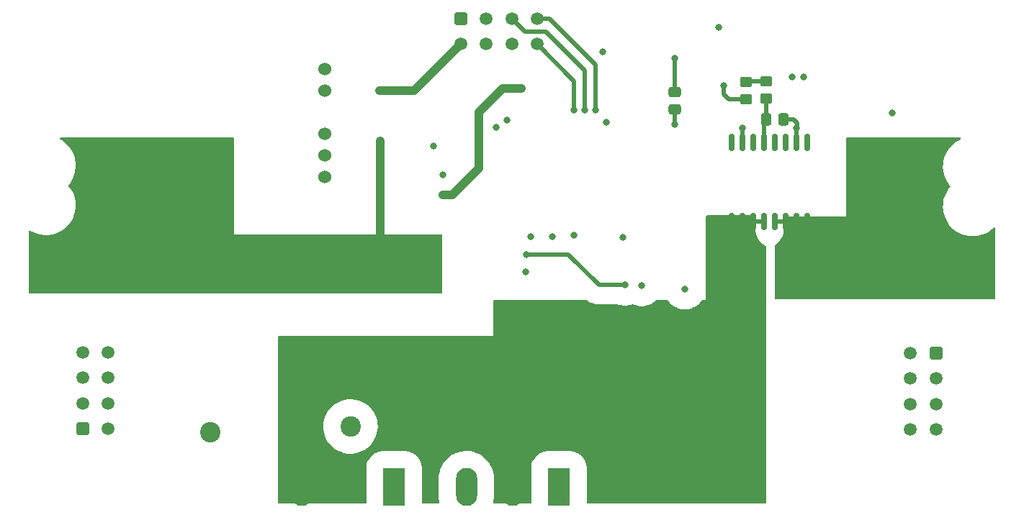
<source format=gbr>
%TF.GenerationSoftware,KiCad,Pcbnew,(6.0.1)*%
%TF.CreationDate,2023-02-17T13:15:31+03:00*%
%TF.ProjectId,_______ IGBT,14403039-3235-4402-9049-4742542e6b69,rev?*%
%TF.SameCoordinates,Original*%
%TF.FileFunction,Copper,L4,Bot*%
%TF.FilePolarity,Positive*%
%FSLAX46Y46*%
G04 Gerber Fmt 4.6, Leading zero omitted, Abs format (unit mm)*
G04 Created by KiCad (PCBNEW (6.0.1)) date 2023-02-17 13:15:31*
%MOMM*%
%LPD*%
G01*
G04 APERTURE LIST*
G04 Aperture macros list*
%AMRoundRect*
0 Rectangle with rounded corners*
0 $1 Rounding radius*
0 $2 $3 $4 $5 $6 $7 $8 $9 X,Y pos of 4 corners*
0 Add a 4 corners polygon primitive as box body*
4,1,4,$2,$3,$4,$5,$6,$7,$8,$9,$2,$3,0*
0 Add four circle primitives for the rounded corners*
1,1,$1+$1,$2,$3*
1,1,$1+$1,$4,$5*
1,1,$1+$1,$6,$7*
1,1,$1+$1,$8,$9*
0 Add four rect primitives between the rounded corners*
20,1,$1+$1,$2,$3,$4,$5,0*
20,1,$1+$1,$4,$5,$6,$7,0*
20,1,$1+$1,$6,$7,$8,$9,0*
20,1,$1+$1,$8,$9,$2,$3,0*%
G04 Aperture macros list end*
%TA.AperFunction,SMDPad,CuDef*%
%ADD10RoundRect,0.250000X0.450000X-0.350000X0.450000X0.350000X-0.450000X0.350000X-0.450000X-0.350000X0*%
%TD*%
%TA.AperFunction,ComponentPad*%
%ADD11C,2.400000*%
%TD*%
%TA.AperFunction,ComponentPad*%
%ADD12R,2.500000X4.500000*%
%TD*%
%TA.AperFunction,ComponentPad*%
%ADD13O,2.500000X4.500000*%
%TD*%
%TA.AperFunction,ComponentPad*%
%ADD14RoundRect,0.250001X-0.499999X-0.499999X0.499999X-0.499999X0.499999X0.499999X-0.499999X0.499999X0*%
%TD*%
%TA.AperFunction,ComponentPad*%
%ADD15C,1.500000*%
%TD*%
%TA.AperFunction,ComponentPad*%
%ADD16RoundRect,0.250001X0.499999X-0.499999X0.499999X0.499999X-0.499999X0.499999X-0.499999X-0.499999X0*%
%TD*%
%TA.AperFunction,ComponentPad*%
%ADD17RoundRect,0.250001X-0.499999X0.499999X-0.499999X-0.499999X0.499999X-0.499999X0.499999X0.499999X0*%
%TD*%
%TA.AperFunction,ComponentPad*%
%ADD18C,1.524000*%
%TD*%
%TA.AperFunction,SMDPad,CuDef*%
%ADD19RoundRect,0.250000X-0.450000X0.350000X-0.450000X-0.350000X0.450000X-0.350000X0.450000X0.350000X0*%
%TD*%
%TA.AperFunction,SMDPad,CuDef*%
%ADD20RoundRect,0.150000X0.150000X-0.875000X0.150000X0.875000X-0.150000X0.875000X-0.150000X-0.875000X0*%
%TD*%
%TA.AperFunction,SMDPad,CuDef*%
%ADD21RoundRect,0.250000X0.475000X-0.337500X0.475000X0.337500X-0.475000X0.337500X-0.475000X-0.337500X0*%
%TD*%
%TA.AperFunction,SMDPad,CuDef*%
%ADD22RoundRect,0.250000X-0.337500X-0.475000X0.337500X-0.475000X0.337500X0.475000X-0.337500X0.475000X0*%
%TD*%
%TA.AperFunction,ViaPad*%
%ADD23C,0.800000*%
%TD*%
%TA.AperFunction,ViaPad*%
%ADD24C,2.400000*%
%TD*%
%TA.AperFunction,Conductor*%
%ADD25C,0.500000*%
%TD*%
%TA.AperFunction,Conductor*%
%ADD26C,1.000000*%
%TD*%
G04 APERTURE END LIST*
D10*
%TO.P,R20,1*%
%TO.N,VOUT*%
X187409300Y-77428600D03*
%TO.P,R20,2*%
%TO.N,Net-(R13-Pad1)*%
X187409300Y-75428600D03*
%TD*%
D11*
%TO.P,C1,1*%
%TO.N,DC+*%
X122020300Y-116728100D03*
%TO.P,C1,2*%
%TO.N,DC-*%
X122020300Y-89228100D03*
%TD*%
D12*
%TO.P,Q1,1,G*%
%TO.N,G_IGBT*%
X163041300Y-123170000D03*
D13*
%TO.P,Q1,2,C*%
%TO.N,D_IGBT*%
X157591300Y-123170000D03*
%TO.P,Q1,3,E*%
%TO.N,DC-*%
X152141300Y-123170000D03*
%TD*%
D14*
%TO.P,J3,1,Pin_1*%
%TO.N,+15V*%
X151484300Y-68023600D03*
D15*
%TO.P,J3,2,Pin_2*%
%TO.N,Measure*%
X154484300Y-68023600D03*
%TO.P,J3,3,Pin_3*%
%TO.N,IN-*%
X157484300Y-68023600D03*
%TO.P,J3,4,Pin_4*%
%TO.N,IN+*%
X160484300Y-68023600D03*
%TO.P,J3,5,Pin_5*%
%TO.N,GNDA*%
X151484300Y-71023600D03*
%TO.P,J3,6,Pin_6*%
%TO.N,RST*%
X154484300Y-71023600D03*
%TO.P,J3,7,Pin_7*%
%TO.N,FLT*%
X157484300Y-71023600D03*
%TO.P,J3,8,Pin_8*%
%TO.N,RDY*%
X160484300Y-71023600D03*
%TD*%
D16*
%TO.P,J1,1,Pin_1*%
%TO.N,DC+*%
X107034300Y-116283600D03*
D15*
%TO.P,J1,2,Pin_2*%
X107034300Y-113283600D03*
%TO.P,J1,3,Pin_3*%
X107034300Y-110283600D03*
%TO.P,J1,4,Pin_4*%
X107034300Y-107283600D03*
%TO.P,J1,5,Pin_5*%
X110034300Y-116283600D03*
%TO.P,J1,6,Pin_6*%
X110034300Y-113283600D03*
%TO.P,J1,7,Pin_7*%
X110034300Y-110283600D03*
%TO.P,J1,8,Pin_8*%
X110034300Y-107283600D03*
%TD*%
D16*
%TO.P,J2,1,Pin_1*%
%TO.N,DC-*%
X107034300Y-92153600D03*
D15*
%TO.P,J2,2,Pin_2*%
X107034300Y-89153600D03*
%TO.P,J2,3,Pin_3*%
X107034300Y-86153600D03*
%TO.P,J2,4,Pin_4*%
X107034300Y-83153600D03*
%TO.P,J2,5,Pin_5*%
X110034300Y-92153600D03*
%TO.P,J2,6,Pin_6*%
X110034300Y-89153600D03*
%TO.P,J2,7,Pin_7*%
X110034300Y-86153600D03*
%TO.P,J2,8,Pin_8*%
X110034300Y-83153600D03*
%TD*%
D17*
%TO.P,J4,1,Pin_1*%
%TO.N,OUT-*%
X207364300Y-83263600D03*
D15*
%TO.P,J4,2,Pin_2*%
X207364300Y-86263600D03*
%TO.P,J4,3,Pin_3*%
X207364300Y-89263600D03*
%TO.P,J4,4,Pin_4*%
X207364300Y-92263600D03*
%TO.P,J4,5,Pin_5*%
X204364300Y-83263600D03*
%TO.P,J4,6,Pin_6*%
X204364300Y-86263600D03*
%TO.P,J4,7,Pin_7*%
X204364300Y-89263600D03*
%TO.P,J4,8,Pin_8*%
X204364300Y-92263600D03*
%TD*%
D17*
%TO.P,J5,1,Pin_1*%
%TO.N,DC+*%
X207364300Y-107393600D03*
D15*
%TO.P,J5,2,Pin_2*%
X207364300Y-110393600D03*
%TO.P,J5,3,Pin_3*%
X207364300Y-113393600D03*
%TO.P,J5,4,Pin_4*%
X207364300Y-116393600D03*
%TO.P,J5,5,Pin_5*%
X204364300Y-107393600D03*
%TO.P,J5,6,Pin_6*%
X204364300Y-110393600D03*
%TO.P,J5,7,Pin_7*%
X204364300Y-113393600D03*
%TO.P,J5,8,Pin_8*%
X204364300Y-116393600D03*
%TD*%
D12*
%TO.P,D1,1,K*%
%TO.N,DC+*%
X143655000Y-123170000D03*
D13*
%TO.P,D1,2,A*%
%TO.N,D_IGBT*%
X132755000Y-123170000D03*
%TD*%
D18*
%TO.P,D8,1,+Vin*%
%TO.N,+15V*%
X135482300Y-73992600D03*
%TO.P,D8,2,-Vin*%
%TO.N,GNDA*%
X135482300Y-76532600D03*
%TO.P,D8,4,-Vout*%
%TO.N,DC-*%
X135482300Y-81612600D03*
%TO.P,D8,5*%
%TO.N,N/C*%
X135482300Y-84152600D03*
%TO.P,D8,6,+Vout*%
%TO.N,+15V_H*%
X135482300Y-86692600D03*
%TD*%
D19*
%TO.P,R13,2*%
%TO.N,Net-(R12-Pad2)*%
X185009300Y-77478600D03*
%TO.P,R13,1*%
%TO.N,Net-(R13-Pad1)*%
X185009300Y-75478600D03*
%TD*%
D20*
%TO.P,D3,1,IP+*%
%TO.N,OUT-*%
X192254300Y-91928600D03*
%TO.P,D3,2,IP+*%
X190984300Y-91928600D03*
%TO.P,D3,3,IP+*%
X189714300Y-91928600D03*
%TO.P,D3,4,IP+*%
X188444300Y-91928600D03*
%TO.P,D3,5,IP-*%
%TO.N,D_IGBT*%
X187174300Y-91928600D03*
%TO.P,D3,6,IP-*%
X185904300Y-91928600D03*
%TO.P,D3,7,IP-*%
X184634300Y-91928600D03*
%TO.P,D3,8,IP-*%
X183364300Y-91928600D03*
%TO.P,D3,9*%
%TO.N,N/C*%
X183364300Y-82628600D03*
%TO.P,D3,10,VCC*%
%TO.N,+5V*%
X184634300Y-82628600D03*
%TO.P,D3,11*%
%TO.N,N/C*%
X185904300Y-82628600D03*
%TO.P,D3,12,VOUT*%
%TO.N,VOUT*%
X187174300Y-82628600D03*
%TO.P,D3,13,FILT*%
%TO.N,unconnected-(D3-Pad13)*%
X188444300Y-82628600D03*
%TO.P,D3,14*%
%TO.N,N/C*%
X189714300Y-82628600D03*
%TO.P,D3,15,GND*%
%TO.N,GNDA*%
X190984300Y-82628600D03*
%TO.P,D3,16*%
%TO.N,N/C*%
X192254300Y-82628600D03*
%TD*%
D21*
%TO.P,C16,1*%
%TO.N,+5V*%
X176609300Y-78716100D03*
%TO.P,C16,2*%
%TO.N,GNDA*%
X176609300Y-76641100D03*
%TD*%
D22*
%TO.P,C15,1*%
%TO.N,VOUT*%
X187371800Y-79878600D03*
%TO.P,C15,2*%
%TO.N,GNDA*%
X189446800Y-79878600D03*
%TD*%
D23*
%TO.N,Desat*%
X170788300Y-99392600D03*
%TO.N,Net-(R12-Pad2)*%
X182409300Y-75878600D03*
%TO.N,GNDA*%
X190409300Y-74878600D03*
%TO.N,+5V*%
X191809300Y-74878600D03*
%TO.N,GNDA*%
X202209300Y-79078600D03*
%TO.N,+5V*%
X184609300Y-80878600D03*
%TO.N,GNDA*%
X190984300Y-80903600D03*
%TO.N,+15V_H*%
X172756800Y-99456100D03*
X164819300Y-93550600D03*
%TO.N,+5V*%
X149374800Y-86424600D03*
X155675300Y-80850600D03*
X176609300Y-80478600D03*
%TO.N,RDY*%
X164819300Y-78818600D03*
%TO.N,D_IGBT*%
X172409300Y-123078600D03*
%TO.N,GNDA*%
X156945300Y-79961600D03*
X168629300Y-80215600D03*
X168209300Y-71878600D03*
X176609300Y-72678600D03*
X181809300Y-69078600D03*
X141922800Y-76496100D03*
X148323300Y-83023600D03*
%TO.N,IN-*%
X166089300Y-78818600D03*
%TO.N,IN+*%
X167359300Y-78818600D03*
%TO.N,DC-*%
X162279300Y-93677600D03*
X141995800Y-82411100D03*
X170558800Y-93780100D03*
X159739300Y-93677600D03*
%TO.N,Desat*%
X159176800Y-95764100D03*
D24*
%TO.N,DC+*%
X138530300Y-116029600D03*
D23*
%TO.N,+3V3*%
X149388800Y-88788100D03*
X158596300Y-76215100D03*
%TO.N,Net-(R4-Pad2)*%
X159158800Y-97814100D03*
X177836800Y-99837100D03*
%TD*%
D25*
%TO.N,+5V*%
X184634300Y-80903600D02*
X184609300Y-80878600D01*
X184634300Y-82628600D02*
X184634300Y-80903600D01*
%TO.N,Desat*%
X164111800Y-95764100D02*
X167740300Y-99392600D01*
X167740300Y-99392600D02*
X170788300Y-99392600D01*
X159176800Y-95764100D02*
X164111800Y-95764100D01*
%TO.N,Net-(R12-Pad2)*%
X182409300Y-76878600D02*
X182409300Y-75878600D01*
X183009300Y-77478600D02*
X182409300Y-76878600D01*
X185009300Y-77478600D02*
X183009300Y-77478600D01*
%TO.N,Net-(R13-Pad1)*%
X185059300Y-75428600D02*
X185009300Y-75478600D01*
X187409300Y-75428600D02*
X185059300Y-75428600D01*
%TO.N,VOUT*%
X187371800Y-77466100D02*
X187409300Y-77428600D01*
X187371800Y-79878600D02*
X187371800Y-77466100D01*
X187174300Y-80076100D02*
X187371800Y-79878600D01*
X187174300Y-82628600D02*
X187174300Y-80076100D01*
%TO.N,GNDA*%
X191009300Y-80278600D02*
X191009300Y-80878600D01*
X190609300Y-79878600D02*
X191009300Y-80278600D01*
X191009300Y-80878600D02*
X190984300Y-80903600D01*
X189446800Y-79878600D02*
X190609300Y-79878600D01*
X190984300Y-82628600D02*
X190984300Y-80903600D01*
%TO.N,OUT-*%
X188444300Y-91928600D02*
X189714300Y-91928600D01*
%TO.N,D_IGBT*%
X185904300Y-91928600D02*
X187174300Y-91928600D01*
%TO.N,+5V*%
X176609300Y-78716100D02*
X176609300Y-80478600D01*
%TO.N,RDY*%
X164819300Y-78818600D02*
X164819300Y-75358600D01*
X164819300Y-75358600D02*
X160484300Y-71023600D01*
D26*
%TO.N,GNDA*%
X146011800Y-76496100D02*
X146507300Y-76000600D01*
D25*
X176609300Y-76641100D02*
X176609300Y-72678600D01*
D26*
X146507300Y-76000600D02*
X151484300Y-71023600D01*
X141922800Y-76496100D02*
X146011800Y-76496100D01*
D25*
%TO.N,IN-*%
X161517300Y-69547600D02*
X159008300Y-69547600D01*
X166089300Y-78818600D02*
X166089300Y-74119600D01*
X159008300Y-69547600D02*
X157484300Y-68023600D01*
X166089300Y-74119600D02*
X161517300Y-69547600D01*
%TO.N,IN+*%
X161898300Y-68023600D02*
X160484300Y-68023600D01*
X167359300Y-73484600D02*
X161898300Y-68023600D01*
X167359300Y-78818600D02*
X167359300Y-73484600D01*
D26*
%TO.N,DC-*%
X141995800Y-82411100D02*
X141995800Y-94784100D01*
%TO.N,+3V3*%
X150468300Y-88788100D02*
X153579800Y-85676600D01*
X156373800Y-76215100D02*
X158596300Y-76215100D01*
X153579800Y-79009100D02*
X156373800Y-76215100D01*
X149388800Y-88788100D02*
X150468300Y-88788100D01*
X153579800Y-85676600D02*
X153579800Y-79009100D01*
%TD*%
%TA.AperFunction,Conductor*%
%TO.N,OUT-*%
G36*
X210245856Y-82013602D02*
G01*
X210292349Y-82067258D01*
X210302453Y-82137532D01*
X210272959Y-82202112D01*
X210235818Y-82231414D01*
X209905141Y-82403187D01*
X209594253Y-82609349D01*
X209591677Y-82611484D01*
X209309617Y-82845238D01*
X209309611Y-82845243D01*
X209307033Y-82847380D01*
X209304689Y-82849787D01*
X209304686Y-82849789D01*
X209049073Y-83112183D01*
X209049065Y-83112192D01*
X209046734Y-83114585D01*
X208816302Y-83407937D01*
X208618349Y-83724115D01*
X208455114Y-84059538D01*
X208453981Y-84062677D01*
X208453977Y-84062686D01*
X208391350Y-84236165D01*
X208328447Y-84410408D01*
X208327652Y-84413656D01*
X208327651Y-84413660D01*
X208245463Y-84749537D01*
X208239782Y-84772752D01*
X208190124Y-85142465D01*
X208180033Y-85515362D01*
X208180299Y-85518703D01*
X208180299Y-85518707D01*
X208200663Y-85774590D01*
X208209626Y-85887221D01*
X208210243Y-85890500D01*
X208210243Y-85890503D01*
X208244834Y-86074448D01*
X208278566Y-86253829D01*
X208386073Y-86611035D01*
X208530929Y-86954795D01*
X208532548Y-86957722D01*
X208532552Y-86957730D01*
X208624022Y-87123085D01*
X208711495Y-87281215D01*
X208713422Y-87283962D01*
X208923790Y-87583844D01*
X208923796Y-87583852D01*
X208925724Y-87586600D01*
X208927930Y-87589124D01*
X208927936Y-87589132D01*
X209015050Y-87688815D01*
X209044815Y-87753271D01*
X209035007Y-87823587D01*
X209019260Y-87849560D01*
X208816302Y-88107937D01*
X208618349Y-88424115D01*
X208455114Y-88759538D01*
X208453981Y-88762677D01*
X208453977Y-88762686D01*
X208394923Y-88926267D01*
X208328447Y-89110408D01*
X208327652Y-89113656D01*
X208327651Y-89113660D01*
X208266971Y-89361641D01*
X208239782Y-89472752D01*
X208190124Y-89842465D01*
X208180033Y-90215362D01*
X208180299Y-90218703D01*
X208180299Y-90218707D01*
X208200663Y-90474590D01*
X208209626Y-90587221D01*
X208210243Y-90590500D01*
X208210243Y-90590503D01*
X208244834Y-90774448D01*
X208278566Y-90953829D01*
X208386073Y-91311035D01*
X208530929Y-91654795D01*
X208532548Y-91657722D01*
X208532552Y-91657730D01*
X208624022Y-91823085D01*
X208711495Y-91981215D01*
X208925724Y-92286600D01*
X209171193Y-92567490D01*
X209445120Y-92820706D01*
X209447818Y-92822714D01*
X209447820Y-92822715D01*
X209551002Y-92899484D01*
X209744404Y-93043379D01*
X209747290Y-93045083D01*
X209747297Y-93045087D01*
X210062764Y-93231282D01*
X210062769Y-93231284D01*
X210065655Y-93232988D01*
X210068708Y-93234376D01*
X210402189Y-93386001D01*
X210402195Y-93386003D01*
X210405236Y-93387386D01*
X210408409Y-93388439D01*
X210408413Y-93388440D01*
X210509738Y-93422048D01*
X210759301Y-93504825D01*
X210762561Y-93505533D01*
X210762569Y-93505535D01*
X210962845Y-93549019D01*
X211123842Y-93583975D01*
X211494728Y-93623938D01*
X211497253Y-93624006D01*
X211497263Y-93624007D01*
X211499016Y-93624054D01*
X211500714Y-93624100D01*
X211777539Y-93624100D01*
X211779205Y-93624011D01*
X211779214Y-93624011D01*
X212053473Y-93609398D01*
X212053482Y-93609397D01*
X212056805Y-93609220D01*
X212295713Y-93570739D01*
X212421790Y-93550432D01*
X212421793Y-93550431D01*
X212425092Y-93549900D01*
X212428322Y-93549020D01*
X212428324Y-93549019D01*
X212781745Y-93452666D01*
X212781746Y-93452666D01*
X212784991Y-93451781D01*
X213132424Y-93315972D01*
X213463459Y-93144013D01*
X213774347Y-92937851D01*
X213918449Y-92818428D01*
X214058983Y-92701962D01*
X214058989Y-92701957D01*
X214061567Y-92699820D01*
X214133047Y-92626443D01*
X214194908Y-92591607D01*
X214265784Y-92595744D01*
X214323171Y-92637543D01*
X214348851Y-92703733D01*
X214349300Y-92714366D01*
X214349300Y-100917770D01*
X214329298Y-100985891D01*
X214275642Y-101032384D01*
X214223471Y-101043770D01*
X188535469Y-101078430D01*
X188467322Y-101058520D01*
X188420757Y-101004927D01*
X188409300Y-100952430D01*
X188409300Y-94731875D01*
X188429302Y-94663754D01*
X188466124Y-94626563D01*
X188623943Y-94522896D01*
X188623947Y-94522893D01*
X188627529Y-94520540D01*
X188848486Y-94327786D01*
X189041240Y-94106829D01*
X189043592Y-94103249D01*
X189199870Y-93865338D01*
X189199874Y-93865332D01*
X189202223Y-93861755D01*
X189315786Y-93623666D01*
X189326611Y-93600971D01*
X189326613Y-93600966D01*
X189328456Y-93597102D01*
X189417604Y-93317765D01*
X189453783Y-93110470D01*
X189467365Y-93032652D01*
X189467366Y-93032646D01*
X189468017Y-93028914D01*
X189474800Y-92899484D01*
X189474800Y-91404600D01*
X189494802Y-91336479D01*
X189548458Y-91289986D01*
X189600800Y-91278600D01*
X196809300Y-91278600D01*
X196809300Y-82119600D01*
X196829302Y-82051479D01*
X196882958Y-82004986D01*
X196935300Y-81993600D01*
X210177735Y-81993600D01*
X210245856Y-82013602D01*
G37*
%TD.AperFunction*%
%TD*%
%TA.AperFunction,Conductor*%
%TO.N,D_IGBT*%
G36*
X186085921Y-91198602D02*
G01*
X186132414Y-91252258D01*
X186143800Y-91304600D01*
X186143800Y-92899484D01*
X186150583Y-93028914D01*
X186200996Y-93317765D01*
X186290144Y-93597102D01*
X186291987Y-93600966D01*
X186291989Y-93600971D01*
X186356829Y-93736911D01*
X186416377Y-93861755D01*
X186418726Y-93865332D01*
X186418730Y-93865338D01*
X186560759Y-94081557D01*
X186577360Y-94106829D01*
X186580174Y-94110055D01*
X186580175Y-94110056D01*
X186767305Y-94324566D01*
X186770114Y-94327786D01*
X186991071Y-94520540D01*
X186994647Y-94522889D01*
X186994651Y-94522892D01*
X187232562Y-94679170D01*
X187232568Y-94679174D01*
X187236145Y-94681523D01*
X187353545Y-94737520D01*
X187406418Y-94784899D01*
X187425300Y-94851245D01*
X187425300Y-124952600D01*
X187405298Y-125020721D01*
X187351642Y-125067214D01*
X187299300Y-125078600D01*
X166417800Y-125078600D01*
X166349679Y-125058598D01*
X166303186Y-125004942D01*
X166291800Y-124952600D01*
X166291800Y-120789950D01*
X166290727Y-120762642D01*
X166266999Y-120604813D01*
X166249271Y-120486898D01*
X166249270Y-120486894D01*
X166248608Y-120482490D01*
X166244585Y-120469036D01*
X166168712Y-120215334D01*
X166167436Y-120211067D01*
X166048829Y-119953790D01*
X165895156Y-119715791D01*
X165709480Y-119501820D01*
X165495509Y-119316144D01*
X165257510Y-119162471D01*
X165178668Y-119126124D01*
X165004277Y-119045728D01*
X165004273Y-119045727D01*
X165000233Y-119043864D01*
X164907583Y-119016156D01*
X164733084Y-118963970D01*
X164733082Y-118963969D01*
X164728810Y-118962692D01*
X164724406Y-118962030D01*
X164724402Y-118962029D01*
X164452079Y-118921087D01*
X164452073Y-118921086D01*
X164448658Y-118920573D01*
X164445201Y-118920437D01*
X164445199Y-118920437D01*
X164439137Y-118920199D01*
X164421350Y-118919500D01*
X161661250Y-118919500D01*
X161643463Y-118920199D01*
X161637401Y-118920437D01*
X161637399Y-118920437D01*
X161633942Y-118920573D01*
X161630527Y-118921086D01*
X161630521Y-118921087D01*
X161358198Y-118962029D01*
X161358194Y-118962030D01*
X161353790Y-118962692D01*
X161349518Y-118963969D01*
X161349516Y-118963970D01*
X161175017Y-119016156D01*
X161082367Y-119043864D01*
X161078327Y-119045727D01*
X161078323Y-119045728D01*
X160903932Y-119126124D01*
X160825090Y-119162471D01*
X160587091Y-119316144D01*
X160373120Y-119501820D01*
X160187444Y-119715791D01*
X160033771Y-119953790D01*
X159915164Y-120211067D01*
X159913888Y-120215334D01*
X159838016Y-120469036D01*
X159833992Y-120482490D01*
X159833330Y-120486894D01*
X159833329Y-120486898D01*
X159815602Y-120604813D01*
X159791873Y-120762642D01*
X159790800Y-120789950D01*
X159790800Y-124952600D01*
X159770798Y-125020721D01*
X159717142Y-125067214D01*
X159664800Y-125078600D01*
X155425943Y-125078600D01*
X155357822Y-125058598D01*
X155311329Y-125004942D01*
X155301225Y-124934668D01*
X155303197Y-124924149D01*
X155304530Y-124918399D01*
X155348267Y-124729705D01*
X155348671Y-124726288D01*
X155348673Y-124726279D01*
X155389999Y-124377115D01*
X155389999Y-124377114D01*
X155390319Y-124374411D01*
X155391800Y-124327286D01*
X155391800Y-122080183D01*
X155388032Y-122011705D01*
X155377273Y-121816225D01*
X155377083Y-121812766D01*
X155376515Y-121809354D01*
X155376514Y-121809344D01*
X155318911Y-121463273D01*
X155318341Y-121459847D01*
X155221227Y-121115505D01*
X155086913Y-120783900D01*
X154926659Y-120486898D01*
X154918667Y-120472086D01*
X154918664Y-120472082D01*
X154917021Y-120469036D01*
X154915052Y-120466187D01*
X154715569Y-120177557D01*
X154715565Y-120177551D01*
X154713605Y-120174716D01*
X154479119Y-119904496D01*
X154216397Y-119661638D01*
X154138470Y-119604081D01*
X153931406Y-119451140D01*
X153931398Y-119451135D01*
X153928612Y-119449077D01*
X153619240Y-119269379D01*
X153292017Y-119124715D01*
X152950896Y-119016833D01*
X152947503Y-119016158D01*
X152947495Y-119016156D01*
X152603389Y-118947709D01*
X152603390Y-118947709D01*
X152599996Y-118947034D01*
X152596555Y-118946736D01*
X152596548Y-118946735D01*
X152247012Y-118916462D01*
X152247006Y-118916462D01*
X152243556Y-118916163D01*
X152090551Y-118919769D01*
X151889345Y-118924510D01*
X151889338Y-118924511D01*
X151885881Y-118924592D01*
X151531291Y-118972220D01*
X151527927Y-118973056D01*
X151527925Y-118973056D01*
X151187436Y-119057633D01*
X151187429Y-119057635D01*
X151184068Y-119058470D01*
X151180815Y-119059670D01*
X151180812Y-119059671D01*
X150966094Y-119138885D01*
X150848408Y-119182302D01*
X150744310Y-119234317D01*
X150531456Y-119340674D01*
X150531449Y-119340678D01*
X150528363Y-119342220D01*
X150227799Y-119536291D01*
X150110002Y-119632193D01*
X149953029Y-119759988D01*
X149953022Y-119759995D01*
X149950346Y-119762173D01*
X149699356Y-120017137D01*
X149477860Y-120298103D01*
X149288534Y-120601678D01*
X149287033Y-120604804D01*
X149287028Y-120604813D01*
X149212883Y-120759221D01*
X149133663Y-120924196D01*
X149132515Y-120927465D01*
X149067609Y-121112291D01*
X149015119Y-121261760D01*
X148934333Y-121610295D01*
X148933929Y-121613712D01*
X148933927Y-121613721D01*
X148910774Y-121809344D01*
X148892281Y-121965589D01*
X148890800Y-122012714D01*
X148890800Y-124259817D01*
X148890895Y-124261536D01*
X148890895Y-124261551D01*
X148897255Y-124377115D01*
X148905517Y-124527234D01*
X148906085Y-124530646D01*
X148906086Y-124530656D01*
X148939777Y-124733068D01*
X148964259Y-124880153D01*
X148975046Y-124918399D01*
X148974285Y-124989392D01*
X148935263Y-125048703D01*
X148870370Y-125077502D01*
X148853776Y-125078600D01*
X147031500Y-125078600D01*
X146963379Y-125058598D01*
X146916886Y-125004942D01*
X146905500Y-124952600D01*
X146905500Y-120789950D01*
X146904427Y-120762642D01*
X146880699Y-120604813D01*
X146862971Y-120486898D01*
X146862970Y-120486894D01*
X146862308Y-120482490D01*
X146858285Y-120469036D01*
X146782412Y-120215334D01*
X146781136Y-120211067D01*
X146662529Y-119953790D01*
X146508856Y-119715791D01*
X146323180Y-119501820D01*
X146109209Y-119316144D01*
X145871210Y-119162471D01*
X145792368Y-119126124D01*
X145617977Y-119045728D01*
X145617973Y-119045727D01*
X145613933Y-119043864D01*
X145521283Y-119016156D01*
X145346784Y-118963970D01*
X145346782Y-118963969D01*
X145342510Y-118962692D01*
X145338106Y-118962030D01*
X145338102Y-118962029D01*
X145065779Y-118921087D01*
X145065773Y-118921086D01*
X145062358Y-118920573D01*
X145058901Y-118920437D01*
X145058899Y-118920437D01*
X145052837Y-118920199D01*
X145035050Y-118919500D01*
X142274950Y-118919500D01*
X142257163Y-118920199D01*
X142251101Y-118920437D01*
X142251099Y-118920437D01*
X142247642Y-118920573D01*
X142244227Y-118921086D01*
X142244221Y-118921087D01*
X141971898Y-118962029D01*
X141971894Y-118962030D01*
X141967490Y-118962692D01*
X141963218Y-118963969D01*
X141963216Y-118963970D01*
X141788717Y-119016156D01*
X141696067Y-119043864D01*
X141692027Y-119045727D01*
X141692023Y-119045728D01*
X141517632Y-119126124D01*
X141438790Y-119162471D01*
X141200791Y-119316144D01*
X140986820Y-119501820D01*
X140801144Y-119715791D01*
X140647471Y-119953790D01*
X140528864Y-120211067D01*
X140527588Y-120215334D01*
X140451716Y-120469036D01*
X140447692Y-120482490D01*
X140447030Y-120486894D01*
X140447029Y-120486898D01*
X140429302Y-120604813D01*
X140405573Y-120762642D01*
X140404500Y-120789950D01*
X140404500Y-124952600D01*
X140384498Y-125020721D01*
X140330842Y-125067214D01*
X140278500Y-125078600D01*
X130147300Y-125078600D01*
X130079179Y-125058598D01*
X130032686Y-125004942D01*
X130021300Y-124952600D01*
X130021300Y-115984844D01*
X135325069Y-115984844D01*
X135340056Y-116342406D01*
X135394806Y-116696070D01*
X135488637Y-117041427D01*
X135620380Y-117374172D01*
X135622035Y-117377284D01*
X135622037Y-117377289D01*
X135786736Y-117687043D01*
X135786742Y-117687053D01*
X135788393Y-117690158D01*
X135790385Y-117693067D01*
X135988590Y-117982540D01*
X135988595Y-117982546D01*
X135990581Y-117985447D01*
X136224425Y-118256357D01*
X136487010Y-118499513D01*
X136775063Y-118711884D01*
X136778100Y-118713638D01*
X136778104Y-118713640D01*
X136942192Y-118808376D01*
X137084993Y-118890822D01*
X137217781Y-118948836D01*
X137409716Y-119032691D01*
X137409720Y-119032692D01*
X137412937Y-119034098D01*
X137416294Y-119035137D01*
X137416299Y-119035139D01*
X137705673Y-119124715D01*
X137754809Y-119139925D01*
X137758265Y-119140584D01*
X137758264Y-119140584D01*
X138102895Y-119206326D01*
X138102900Y-119206327D01*
X138106346Y-119206984D01*
X138302445Y-119222073D01*
X138459671Y-119234171D01*
X138459672Y-119234171D01*
X138463168Y-119234440D01*
X138687262Y-119226614D01*
X138817312Y-119222073D01*
X138817316Y-119222073D01*
X138820827Y-119221950D01*
X138824308Y-119221436D01*
X139171372Y-119170187D01*
X139171378Y-119170186D01*
X139174864Y-119169671D01*
X139178268Y-119168772D01*
X139178271Y-119168771D01*
X139517476Y-119079149D01*
X139517477Y-119079149D01*
X139520867Y-119078253D01*
X139854524Y-118948836D01*
X140171675Y-118783033D01*
X140468368Y-118582911D01*
X140566361Y-118499513D01*
X140738232Y-118353239D01*
X140738233Y-118353238D01*
X140740905Y-118350964D01*
X140743300Y-118348414D01*
X140743308Y-118348406D01*
X140983477Y-118092651D01*
X140983481Y-118092646D01*
X140985888Y-118090083D01*
X140987993Y-118087269D01*
X140987999Y-118087262D01*
X141198156Y-117806339D01*
X141200265Y-117803520D01*
X141381362Y-117494847D01*
X141382794Y-117491631D01*
X141525492Y-117171128D01*
X141525494Y-117171123D01*
X141526924Y-117167911D01*
X141635135Y-116826786D01*
X141704647Y-116475725D01*
X141734593Y-116119104D01*
X141735843Y-116029600D01*
X141715866Y-115672282D01*
X141656183Y-115319417D01*
X141557539Y-114975404D01*
X141509654Y-114859227D01*
X141422501Y-114647776D01*
X141422497Y-114647768D01*
X141421163Y-114644531D01*
X141248755Y-114330921D01*
X141042463Y-114038484D01*
X140804860Y-113770865D01*
X140538905Y-113531399D01*
X140536055Y-113529358D01*
X140536048Y-113529353D01*
X140250770Y-113325114D01*
X140250767Y-113325112D01*
X140247916Y-113323071D01*
X139935518Y-113148477D01*
X139605604Y-113009794D01*
X139602235Y-113008803D01*
X139602231Y-113008801D01*
X139450653Y-112964189D01*
X139262289Y-112908751D01*
X138980808Y-112859118D01*
X138913309Y-112847216D01*
X138913307Y-112847216D01*
X138909849Y-112846606D01*
X138906340Y-112846385D01*
X138906338Y-112846385D01*
X138556197Y-112824356D01*
X138556191Y-112824356D01*
X138552679Y-112824135D01*
X138450909Y-112829112D01*
X138198737Y-112841445D01*
X138198728Y-112841446D01*
X138195230Y-112841617D01*
X138191762Y-112842179D01*
X138191759Y-112842179D01*
X137845432Y-112898272D01*
X137845429Y-112898273D01*
X137841957Y-112898835D01*
X137497263Y-112995075D01*
X137165446Y-113129138D01*
X136850641Y-113299353D01*
X136556771Y-113503598D01*
X136554129Y-113505911D01*
X136554125Y-113505914D01*
X136300658Y-113727807D01*
X136287499Y-113739327D01*
X136046182Y-114003603D01*
X135835828Y-114293131D01*
X135659057Y-114604303D01*
X135518075Y-114933240D01*
X135414637Y-115275842D01*
X135350034Y-115627839D01*
X135325069Y-115984844D01*
X130021300Y-115984844D01*
X130021300Y-105487600D01*
X130041302Y-105419479D01*
X130094958Y-105372986D01*
X130147300Y-105361600D01*
X155294300Y-105361600D01*
X155294300Y-101296600D01*
X155314302Y-101228479D01*
X155367958Y-101181986D01*
X155420300Y-101170600D01*
X166311482Y-101170600D01*
X166381207Y-101191651D01*
X166394567Y-101200527D01*
X166404818Y-101208112D01*
X166427300Y-101226579D01*
X166466475Y-101250868D01*
X166522618Y-101285678D01*
X166525950Y-101287817D01*
X166615876Y-101347565D01*
X166615885Y-101347570D01*
X166619357Y-101349877D01*
X166623113Y-101351709D01*
X166623122Y-101351714D01*
X166645506Y-101362631D01*
X166656672Y-101368795D01*
X166681390Y-101384121D01*
X166685207Y-101385836D01*
X166685210Y-101385838D01*
X166783683Y-101430093D01*
X166787268Y-101431772D01*
X166888067Y-101480935D01*
X166892032Y-101482254D01*
X166892037Y-101482256D01*
X166915670Y-101490118D01*
X166927546Y-101494748D01*
X166942338Y-101501395D01*
X166954083Y-101506674D01*
X166958084Y-101507867D01*
X166958090Y-101507869D01*
X167061579Y-101538720D01*
X167065355Y-101539911D01*
X167167777Y-101573983D01*
X167167781Y-101573984D01*
X167171749Y-101575304D01*
X167175853Y-101576087D01*
X167175861Y-101576089D01*
X167192768Y-101579314D01*
X167200334Y-101580757D01*
X167212696Y-101583770D01*
X167240589Y-101592085D01*
X167244712Y-101592738D01*
X167351374Y-101609632D01*
X167355273Y-101610313D01*
X167383281Y-101615656D01*
X167465419Y-101631324D01*
X167469579Y-101631557D01*
X167469599Y-101631559D01*
X167494464Y-101632949D01*
X167507141Y-101634303D01*
X167520217Y-101636374D01*
X167535875Y-101638854D01*
X167578435Y-101640787D01*
X167627959Y-101643036D01*
X167627978Y-101643036D01*
X167629378Y-101643100D01*
X167672504Y-101643100D01*
X167679539Y-101643296D01*
X167763920Y-101648014D01*
X167768078Y-101647694D01*
X167768080Y-101647694D01*
X167822960Y-101643471D01*
X167832627Y-101643100D01*
X169927488Y-101643100D01*
X169973869Y-101651947D01*
X170045038Y-101680125D01*
X170048873Y-101681110D01*
X170048874Y-101681110D01*
X170094023Y-101692702D01*
X170337602Y-101755242D01*
X170637273Y-101793100D01*
X170939327Y-101793100D01*
X171238998Y-101755242D01*
X171531562Y-101680125D01*
X171535232Y-101678672D01*
X171645974Y-101634826D01*
X171716675Y-101628347D01*
X171738742Y-101634826D01*
X171879041Y-101690374D01*
X172013538Y-101743625D01*
X172306102Y-101818742D01*
X172605773Y-101856600D01*
X172907827Y-101856600D01*
X173207498Y-101818742D01*
X173500062Y-101743625D01*
X173503732Y-101742172D01*
X173777230Y-101633887D01*
X173777235Y-101633885D01*
X173780904Y-101632432D01*
X173821138Y-101610313D01*
X174042123Y-101488825D01*
X174042126Y-101488823D01*
X174045595Y-101486916D01*
X174187081Y-101384121D01*
X174286758Y-101311702D01*
X174286760Y-101311701D01*
X174289962Y-101309374D01*
X174401375Y-101204750D01*
X174464725Y-101172699D01*
X174487628Y-101170600D01*
X175770706Y-101170600D01*
X175838827Y-101190602D01*
X175877091Y-101229086D01*
X175888792Y-101247524D01*
X175888799Y-101247533D01*
X175890915Y-101250868D01*
X176083451Y-101483604D01*
X176303638Y-101690374D01*
X176306840Y-101692701D01*
X176306842Y-101692702D01*
X176480322Y-101818742D01*
X176548005Y-101867916D01*
X176812696Y-102013432D01*
X176816365Y-102014885D01*
X176816370Y-102014887D01*
X177089868Y-102123172D01*
X177093538Y-102124625D01*
X177386102Y-102199742D01*
X177685773Y-102237600D01*
X177987827Y-102237600D01*
X178287498Y-102199742D01*
X178580062Y-102124625D01*
X178583732Y-102123172D01*
X178857230Y-102014887D01*
X178857235Y-102014885D01*
X178860904Y-102013432D01*
X179125595Y-101867916D01*
X179193278Y-101818742D01*
X179366758Y-101692702D01*
X179366760Y-101692701D01*
X179369962Y-101690374D01*
X179590149Y-101483604D01*
X179782685Y-101250868D01*
X179784801Y-101247533D01*
X179784808Y-101247524D01*
X179796509Y-101229086D01*
X179849898Y-101182287D01*
X179902894Y-101170600D01*
X180313300Y-101170600D01*
X180313300Y-91304600D01*
X180333302Y-91236479D01*
X180386958Y-91189986D01*
X180439300Y-91178600D01*
X186017800Y-91178600D01*
X186085921Y-91198602D01*
G37*
%TD.AperFunction*%
%TD*%
%TA.AperFunction,Conductor*%
%TO.N,DC-*%
G36*
X124756421Y-82013602D02*
G01*
X124802914Y-82067258D01*
X124814300Y-82119600D01*
X124814300Y-93423600D01*
X149199300Y-93423600D01*
X149267421Y-93443602D01*
X149313914Y-93497258D01*
X149325300Y-93549600D01*
X149325300Y-100282600D01*
X149305298Y-100350721D01*
X149251642Y-100397214D01*
X149199300Y-100408600D01*
X100810300Y-100408600D01*
X100742179Y-100388598D01*
X100695686Y-100334942D01*
X100684300Y-100282600D01*
X100684300Y-93080875D01*
X100704302Y-93012754D01*
X100757958Y-92966261D01*
X100828232Y-92956157D01*
X100874345Y-92972366D01*
X101092764Y-93101282D01*
X101092769Y-93101284D01*
X101095655Y-93102988D01*
X101098708Y-93104376D01*
X101432189Y-93256001D01*
X101432195Y-93256003D01*
X101435236Y-93257386D01*
X101438409Y-93258439D01*
X101438413Y-93258440D01*
X101539738Y-93292048D01*
X101789301Y-93374825D01*
X101792561Y-93375533D01*
X101792569Y-93375535D01*
X101992845Y-93419019D01*
X102153842Y-93453975D01*
X102524728Y-93493938D01*
X102527253Y-93494006D01*
X102527263Y-93494007D01*
X102529016Y-93494054D01*
X102530714Y-93494100D01*
X102807539Y-93494100D01*
X102809205Y-93494011D01*
X102809214Y-93494011D01*
X103083473Y-93479398D01*
X103083482Y-93479397D01*
X103086805Y-93479220D01*
X103432121Y-93423600D01*
X103451790Y-93420432D01*
X103451793Y-93420431D01*
X103455092Y-93419900D01*
X103458322Y-93419020D01*
X103458324Y-93419019D01*
X103811745Y-93322666D01*
X103811746Y-93322666D01*
X103814991Y-93321781D01*
X104162424Y-93185972D01*
X104325459Y-93101282D01*
X104490489Y-93015556D01*
X104490492Y-93015554D01*
X104493459Y-93014013D01*
X104804347Y-92807851D01*
X104945700Y-92690706D01*
X105088983Y-92571962D01*
X105088989Y-92571957D01*
X105091567Y-92569820D01*
X105220477Y-92437490D01*
X105349527Y-92305017D01*
X105349535Y-92305008D01*
X105351866Y-92302615D01*
X105582298Y-92009263D01*
X105780251Y-91693085D01*
X105943486Y-91357662D01*
X105944619Y-91354523D01*
X105944623Y-91354514D01*
X106069017Y-91009938D01*
X106070153Y-91006792D01*
X106128637Y-90767789D01*
X106158022Y-90647702D01*
X106158023Y-90647698D01*
X106158818Y-90644448D01*
X106208476Y-90274735D01*
X106218567Y-89901838D01*
X106203497Y-89712465D01*
X106189239Y-89533310D01*
X106188974Y-89529979D01*
X106188357Y-89526697D01*
X106120652Y-89166655D01*
X106120650Y-89166647D01*
X106120034Y-89163371D01*
X106012527Y-88806165D01*
X105867671Y-88462405D01*
X105866052Y-88459478D01*
X105866048Y-88459470D01*
X105688729Y-88138920D01*
X105688725Y-88138914D01*
X105687105Y-88135985D01*
X105609864Y-88025877D01*
X105474810Y-87833356D01*
X105474804Y-87833348D01*
X105472876Y-87830600D01*
X105470670Y-87828076D01*
X105470664Y-87828068D01*
X105383550Y-87728385D01*
X105353785Y-87663929D01*
X105363593Y-87593613D01*
X105379340Y-87567639D01*
X105580226Y-87311901D01*
X105580228Y-87311899D01*
X105582298Y-87309263D01*
X105780251Y-86993085D01*
X105943486Y-86657662D01*
X105944619Y-86654523D01*
X105944623Y-86654514D01*
X106069017Y-86309938D01*
X106070153Y-86306792D01*
X106115092Y-86123143D01*
X106158022Y-85947702D01*
X106158023Y-85947698D01*
X106158818Y-85944448D01*
X106208476Y-85574735D01*
X106218567Y-85201838D01*
X106212855Y-85130055D01*
X106189239Y-84833310D01*
X106188974Y-84829979D01*
X106158910Y-84670104D01*
X106120652Y-84466655D01*
X106120650Y-84466647D01*
X106120034Y-84463371D01*
X106012527Y-84106165D01*
X105867671Y-83762405D01*
X105866052Y-83759478D01*
X105866048Y-83759470D01*
X105688729Y-83438920D01*
X105688725Y-83438914D01*
X105687105Y-83435985D01*
X105645880Y-83377218D01*
X105474811Y-83133358D01*
X105474809Y-83133355D01*
X105472876Y-83130600D01*
X105227407Y-82849710D01*
X104953480Y-82596494D01*
X104654196Y-82373821D01*
X104651310Y-82372117D01*
X104651303Y-82372113D01*
X104407319Y-82228109D01*
X104358822Y-82176259D01*
X104346055Y-82106419D01*
X104373074Y-82040765D01*
X104431298Y-82000140D01*
X104471364Y-81993600D01*
X124688300Y-81993600D01*
X124756421Y-82013602D01*
G37*
%TD.AperFunction*%
%TD*%
M02*

</source>
